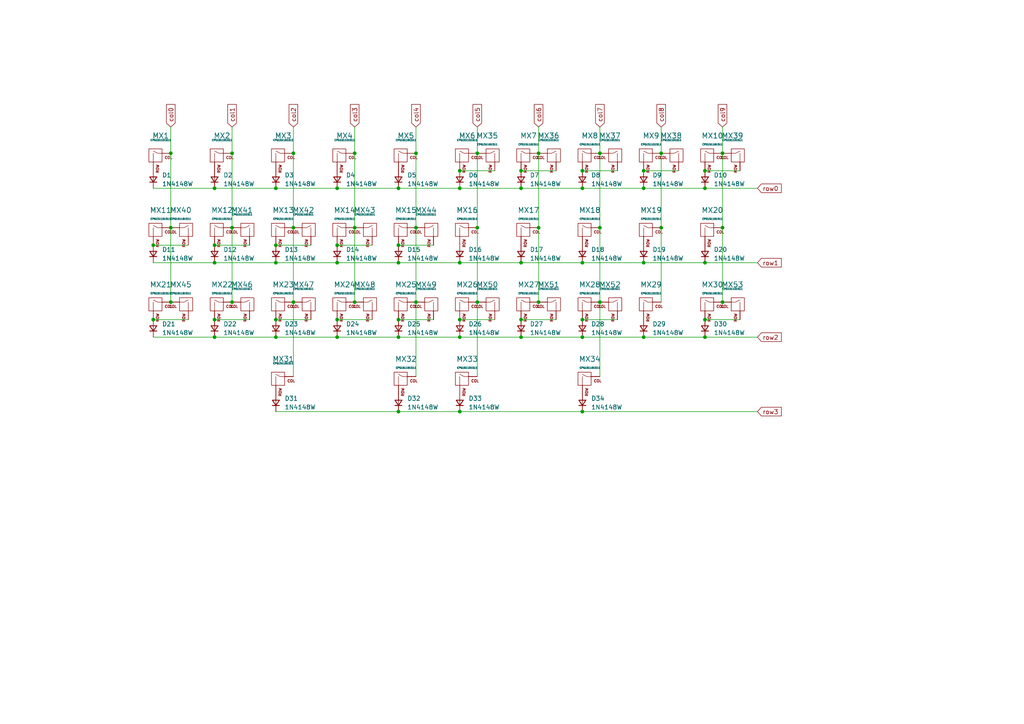
<source format=kicad_sch>
(kicad_sch (version 20230121) (generator eeschema)
  (paper "A4")
  (lib_symbols
    (symbol "Device:D_Small" (pin_numbers hide) (pin_names (offset 0.254) hide)
      (property "Reference" "D" (at -1.27 2.032 0))
      (property "Value" "D_Small" (at -3.81 -2.032 0))
      (symbol "D_Small_0_1"
        (polyline (pts (xy -0.762 -1.016) (xy -0.762 1.016)) (stroke (width 0.254)))
        (polyline (pts (xy -0.762 0) (xy 0.762 0)))
        (polyline (pts (xy 0.762 -1.016) (xy -0.762 0) (xy 0.762 1.016) (xy 0.762 -1.016)) (stroke (width 0.254)))
      )
      (symbol "D_Small_1_1"
        (pin passive line (at -2.54 0 0) (length 1.778) (name "K") (number "1"))
        (pin passive line (at 2.54 0 180) (length 1.778) (name "A") (number "2"))
      )
    )
    (symbol "cipulot_parts:MX-NoLED" (pin_names (offset 1.016))
      (property "Reference" "MX" (at -0.635 3.81 0))
      (property "Value" "MX-NoLED" (at -0.635 1.27 0))
      (symbol "MX-NoLED_0_0"
        (rectangle (start -2.54 2.54) (end 1.27 -1.27))
        (polyline (pts (xy -1.27 -1.27) (xy -1.27 1.27)) (stroke (width 0.127)))
        (polyline (pts (xy 1.27 1.27) (xy 0 1.27) (xy -1.27 1.905)) (stroke (width 0.127)))
        (text "COL" (at 3.175 0 0) (effects (font (size 0.762 0.762))))
        (text "ROW" (at 0 -1.905 900) (effects (font (size 0.762 0.762)) (justify right)))
      )
      (symbol "MX-NoLED_1_1"
        (pin passive line (at 3.81 1.27 180) (length 2.54) (name "COL") (number "1"))
        (pin passive line (at -1.27 -3.81 90) (length 2.54) (name "ROW") (number "2"))
      )
    )
  )
  (junction (at 120.65 44.45))
  (junction (at 168.91 54.61))
  (junction (at 102.87 66.04))
  (junction (at 186.69 54.61))
  (junction (at 186.69 76.2))
  (junction (at 156.21 66.04))
  (junction (at 138.43 44.45))
  (junction (at 173.99 44.45))
  (junction (at 209.55 87.63))
  (junction (at 168.91 76.2))
  (junction (at 85.09 87.63))
  (junction (at 204.47 49.53))
  (junction (at 151.13 54.61))
  (junction (at 62.23 92.71))
  (junction (at 151.13 97.79))
  (junction (at 115.57 97.79))
  (junction (at 80.01 71.12))
  (junction (at 97.79 76.2))
  (junction (at 120.65 87.63))
  (junction (at 49.53 44.45))
  (junction (at 133.35 97.79))
  (junction (at 133.35 54.61))
  (junction (at 204.47 76.2))
  (junction (at 138.43 87.63))
  (junction (at 204.47 92.71))
  (junction (at 156.21 44.45))
  (junction (at 80.01 76.2))
  (junction (at 209.55 66.04))
  (junction (at 85.09 44.45))
  (junction (at 186.69 97.79))
  (junction (at 138.43 66.04))
  (junction (at 97.79 71.12))
  (junction (at 173.99 66.04))
  (junction (at 133.35 92.71))
  (junction (at 151.13 49.53))
  (junction (at 115.57 119.38))
  (junction (at 97.79 92.71))
  (junction (at 67.31 44.45))
  (junction (at 49.53 66.04))
  (junction (at 204.47 97.79))
  (junction (at 168.91 92.71))
  (junction (at 191.77 66.04))
  (junction (at 80.01 54.61))
  (junction (at 156.21 87.63))
  (junction (at 49.53 87.63))
  (junction (at 102.87 87.63))
  (junction (at 191.77 44.45))
  (junction (at 133.35 119.38))
  (junction (at 44.45 92.71))
  (junction (at 168.91 97.79))
  (junction (at 62.23 76.2))
  (junction (at 186.69 49.53))
  (junction (at 120.65 66.04))
  (junction (at 115.57 71.12))
  (junction (at 62.23 97.79))
  (junction (at 168.91 49.53))
  (junction (at 67.31 87.63))
  (junction (at 67.31 66.04))
  (junction (at 85.09 66.04))
  (junction (at 97.79 97.79))
  (junction (at 80.01 97.79))
  (junction (at 115.57 92.71))
  (junction (at 102.87 44.45))
  (junction (at 173.99 87.63))
  (junction (at 204.47 54.61))
  (junction (at 209.55 44.45))
  (junction (at 115.57 76.2))
  (junction (at 133.35 76.2))
  (junction (at 97.79 54.61))
  (junction (at 168.91 119.38))
  (junction (at 62.23 71.12))
  (junction (at 115.57 54.61))
  (junction (at 44.45 71.12))
  (junction (at 151.13 76.2))
  (junction (at 133.35 49.53))
  (junction (at 62.23 54.61))
  (junction (at 80.01 92.71))
  (junction (at 151.13 92.71))
  (wire (pts (xy 168.91 49.53) (xy 179.07 49.53)))
  (wire (pts (xy 120.65 44.45) (xy 120.65 66.04)))
  (wire (pts (xy 191.77 44.45) (xy 191.77 66.04)))
  (wire (pts (xy 191.77 66.04) (xy 191.77 87.63)))
  (wire (pts (xy 156.21 66.04) (xy 156.21 87.63)))
  (wire (pts (xy 143.51 49.53) (xy 133.35 49.53)))
  (wire (pts (xy 80.01 76.2) (xy 62.23 76.2)))
  (wire (pts (xy 133.35 97.79) (xy 151.13 97.79)))
  (wire (pts (xy 168.91 76.2) (xy 151.13 76.2)))
  (wire (pts (xy 204.47 54.61) (xy 219.71 54.61)))
  (wire (pts (xy 120.65 87.63) (xy 120.65 109.22)))
  (wire (pts (xy 62.23 92.71) (xy 72.39 92.71)))
  (wire (pts (xy 49.53 66.04) (xy 49.53 87.63)))
  (wire (pts (xy 168.91 97.79) (xy 186.69 97.79)))
  (wire (pts (xy 133.35 119.38) (xy 168.91 119.38)))
  (wire (pts (xy 156.21 44.45) (xy 156.21 66.04)))
  (wire (pts (xy 186.69 49.53) (xy 196.85 49.53)))
  (wire (pts (xy 209.55 36.83) (xy 209.55 44.45)))
  (wire (pts (xy 67.31 44.45) (xy 67.31 66.04)))
  (wire (pts (xy 120.65 66.04) (xy 120.65 87.63)))
  (wire (pts (xy 97.79 71.12) (xy 107.95 71.12)))
  (wire (pts (xy 49.53 36.83) (xy 49.53 44.45)))
  (wire (pts (xy 97.79 92.71) (xy 107.95 92.71)))
  (wire (pts (xy 44.45 71.12) (xy 54.61 71.12)))
  (wire (pts (xy 67.31 66.04) (xy 67.31 87.63)))
  (wire (pts (xy 156.21 36.83) (xy 156.21 44.45)))
  (wire (pts (xy 138.43 44.45) (xy 138.43 66.04)))
  (wire (pts (xy 115.57 119.38) (xy 133.35 119.38)))
  (wire (pts (xy 102.87 36.83) (xy 102.87 44.45)))
  (wire (pts (xy 186.69 54.61) (xy 204.47 54.61)))
  (wire (pts (xy 80.01 97.79) (xy 97.79 97.79)))
  (wire (pts (xy 97.79 76.2) (xy 80.01 76.2)))
  (wire (pts (xy 102.87 66.04) (xy 102.87 87.63)))
  (wire (pts (xy 102.87 44.45) (xy 102.87 66.04)))
  (wire (pts (xy 115.57 54.61) (xy 133.35 54.61)))
  (wire (pts (xy 67.31 36.83) (xy 67.31 44.45)))
  (wire (pts (xy 80.01 92.71) (xy 90.17 92.71)))
  (wire (pts (xy 138.43 87.63) (xy 138.43 109.22)))
  (wire (pts (xy 85.09 87.63) (xy 85.09 109.22)))
  (wire (pts (xy 62.23 54.61) (xy 80.01 54.61)))
  (wire (pts (xy 151.13 49.53) (xy 161.29 49.53)))
  (wire (pts (xy 173.99 44.45) (xy 173.99 66.04)))
  (wire (pts (xy 62.23 97.79) (xy 80.01 97.79)))
  (wire (pts (xy 168.91 92.71) (xy 179.07 92.71)))
  (wire (pts (xy 85.09 44.45) (xy 85.09 66.04)))
  (wire (pts (xy 151.13 54.61) (xy 168.91 54.61)))
  (wire (pts (xy 186.69 97.79) (xy 204.47 97.79)))
  (wire (pts (xy 97.79 97.79) (xy 115.57 97.79)))
  (wire (pts (xy 133.35 54.61) (xy 151.13 54.61)))
  (wire (pts (xy 168.91 54.61) (xy 186.69 54.61)))
  (wire (pts (xy 120.65 36.83) (xy 120.65 44.45)))
  (wire (pts (xy 138.43 66.04) (xy 138.43 87.63)))
  (wire (pts (xy 204.47 92.71) (xy 214.63 92.71)))
  (wire (pts (xy 173.99 87.63) (xy 173.99 109.22)))
  (wire (pts (xy 204.47 97.79) (xy 219.71 97.79)))
  (wire (pts (xy 133.35 76.2) (xy 115.57 76.2)))
  (wire (pts (xy 133.35 49.53) (xy 133.35 48.895)))
  (wire (pts (xy 204.47 76.2) (xy 186.69 76.2)))
  (wire (pts (xy 44.45 97.79) (xy 62.23 97.79)))
  (wire (pts (xy 133.35 92.71) (xy 143.51 92.71)))
  (wire (pts (xy 219.71 76.2) (xy 204.47 76.2)))
  (wire (pts (xy 209.55 66.04) (xy 209.55 87.63)))
  (wire (pts (xy 168.91 119.38) (xy 219.71 119.38)))
  (wire (pts (xy 115.57 76.2) (xy 97.79 76.2)))
  (wire (pts (xy 173.99 36.83) (xy 173.99 44.45)))
  (wire (pts (xy 173.99 66.04) (xy 173.99 87.63)))
  (wire (pts (xy 97.79 54.61) (xy 115.57 54.61)))
  (wire (pts (xy 85.09 66.04) (xy 85.09 87.63)))
  (wire (pts (xy 186.69 76.2) (xy 168.91 76.2)))
  (wire (pts (xy 44.45 54.61) (xy 62.23 54.61)))
  (wire (pts (xy 204.47 49.53) (xy 214.63 49.53)))
  (wire (pts (xy 115.57 97.79) (xy 133.35 97.79)))
  (wire (pts (xy 80.01 119.38) (xy 115.57 119.38)))
  (wire (pts (xy 44.45 92.71) (xy 54.61 92.71)))
  (wire (pts (xy 138.43 36.83) (xy 138.43 44.45)))
  (wire (pts (xy 85.09 36.83) (xy 85.09 44.45)))
  (wire (pts (xy 62.23 76.2) (xy 44.45 76.2)))
  (wire (pts (xy 49.53 44.45) (xy 49.53 66.04)))
  (wire (pts (xy 62.23 71.12) (xy 72.39 71.12)))
  (wire (pts (xy 151.13 92.71) (xy 161.29 92.71)))
  (wire (pts (xy 151.13 76.2) (xy 133.35 76.2)))
  (wire (pts (xy 80.01 54.61) (xy 97.79 54.61)))
  (wire (pts (xy 209.55 44.45) (xy 209.55 66.04)))
  (wire (pts (xy 191.77 36.83) (xy 191.77 44.45)))
  (wire (pts (xy 115.57 71.12) (xy 125.73 71.12)))
  (wire (pts (xy 151.13 97.79) (xy 168.91 97.79)))
  (wire (pts (xy 115.57 92.71) (xy 125.73 92.71)))
  (wire (pts (xy 80.01 71.12) (xy 90.17 71.12)))
  (global_label "col0" (shape input) (at 49.53 36.83 90) (property "Intersheetrefs" "${INTERSHEET_REFS}" (effects hide)))
  (global_label "col9" (shape input) (at 209.55 36.83 90) (property "Intersheetrefs" "${INTERSHEET_REFS}" (effects hide)))
  (global_label "row0" (shape input) (at 219.71 54.61 0) (property "Intersheetrefs" "${INTERSHEET_REFS}" (effects hide)))
  (global_label "col3" (shape input) (at 102.87 36.83 90) (property "Intersheetrefs" "${INTERSHEET_REFS}" (effects hide)))
  (global_label "col6" (shape input) (at 156.21 36.83 90) (property "Intersheetrefs" "${INTERSHEET_REFS}" (effects hide)))
  (global_label "col7" (shape input) (at 173.99 36.83 90) (property "Intersheetrefs" "${INTERSHEET_REFS}" (effects hide)))
  (global_label "col4" (shape input) (at 120.65 36.83 90) (property "Intersheetrefs" "${INTERSHEET_REFS}" (effects hide)))
  (global_label "row3" (shape input) (at 219.71 119.38 0) (property "Intersheetrefs" "${INTERSHEET_REFS}" (effects hide)))
  (global_label "row2" (shape input) (at 219.71 97.79 0) (property "Intersheetrefs" "${INTERSHEET_REFS}" (effects hide)))
  (global_label "row1" (shape input) (at 219.71 76.2 0) (property "Intersheetrefs" "${INTERSHEET_REFS}" (effects hide)))
  (global_label "col5" (shape input) (at 138.43 36.83 90) (property "Intersheetrefs" "${INTERSHEET_REFS}" (effects hide)))
  (global_label "col1" (shape input) (at 67.31 36.83 90) (property "Intersheetrefs" "${INTERSHEET_REFS}" (effects hide)))
  (global_label "col2" (shape input) (at 85.09 36.83 90) (property "Intersheetrefs" "${INTERSHEET_REFS}" (effects hide)))
  (global_label "col8" (shape input) (at 191.77 36.83 90) (property "Intersheetrefs" "${INTERSHEET_REFS}" (effects hide)))
  (symbol (lib_id "cipulot_parts:MX-NoLED") (at 116.84 110.49 0) (unit 1)
    (property "Reference" "MX32" (at 117.7352 104.14 0) (effects (font (size 1.524 1.524))))
    (property "Value" "CPG151101S11" (at 117.7352 106.68 0) (effects (font (size 0.508 0.508))))
    (property "Footprint" "MX_Only:MXOnly-2U-Hotswap-ReversedStabilizers" (effects hide))
    (property "LCSC" "C2803348" (effects hide))
  )
  (symbol (lib_id "Device:D_Small") (at 204.47 52.07 90) (unit 1)
    (property "Reference" "D10" (at 207.01 50.8 90) (effects (justify right)))
    (property "Value" "1N4148W" (at 207.01 53.34 90) (effects (justify right)))
    (property "Footprint" "Diode_SMD:D_SOD-123" (effects hide))
  )
  (symbol (lib_id "cipulot_parts:MX-NoLED") (at 205.74 88.9 0) (unit 1)
    (property "Reference" "MX30" (at 206.6352 82.55 0) (effects (font (size 1.524 1.524))))
    (property "Value" "CPG151101S11" (at 206.6352 85.09 0) (effects (font (size 0.508 0.508))))
    (property "Footprint" "MX_Only:MXOnly-1.75U-Hotswap" (effects hide))
    (property "LCSC" "C2803348" (effects hide))
  )
  (symbol (lib_id "Device:D_Small") (at 186.69 73.66 90) (unit 1)
    (property "Reference" "D19" (at 189.23 72.39 90) (effects (justify right)))
    (property "Value" "1N4148W" (at 189.23 74.93 90) (effects (justify right)))
    (property "Footprint" "Diode_SMD:D_SOD-123" (effects hide))
  )
  (symbol (lib_id "Device:D_Small") (at 133.35 52.07 90) (unit 1)
    (property "Reference" "D6" (at 135.89 50.8 90) (effects (justify right)))
    (property "Value" "1N4148W" (at 135.89 53.34 90) (effects (justify right)))
    (property "Footprint" "Diode_SMD:D_SOD-123" (effects hide))
  )
  (symbol (lib_id "cipulot_parts:MX-NoLED") (at 177.8 45.72 0) (mirror y) (unit 1)
    (property "Reference" "MX37" (at 176.9144 39.37 0) (effects (font (size 1.524 1.524))))
    (property "Value" "CPG151101S11" (at 176.9144 40.64 0) (effects (font (size 0.508 0.508))))
    (property "Footprint" "MX_Only:MXOnly-1U-Hotswap" (effects hide))
    (property "LCSC" "C2803348" (effects hide))
  )
  (symbol (lib_id "Device:D_Small") (at 44.45 95.25 90) (unit 1)
    (property "Reference" "D21" (at 46.99 93.98 90) (effects (justify right)))
    (property "Value" "1N4148W" (at 46.99 96.52 90) (effects (justify right)))
    (property "Footprint" "Diode_SMD:D_SOD-123" (effects hide))
  )
  (symbol (lib_id "cipulot_parts:MX-NoLED") (at 195.58 45.72 0) (mirror y) (unit 1)
    (property "Reference" "MX38" (at 194.6944 39.37 0) (effects (font (size 1.524 1.524))))
    (property "Value" "CPG151101S11" (at 194.6944 40.64 0) (effects (font (size 0.508 0.508))))
    (property "Footprint" "MX_Only:MXOnly-1U-Hotswap" (effects hide))
    (property "LCSC" "C2803348" (effects hide))
  )
  (symbol (lib_id "cipulot_parts:MX-NoLED") (at 205.74 45.72 0) (unit 1)
    (property "Reference" "MX10" (at 206.6352 39.37 0) (effects (font (size 1.524 1.524))))
    (property "Value" "CPG151101S11" (at 206.6352 41.91 0) (effects (font (size 0.508 0.508))))
    (property "Footprint" "MX_Only:MXOnly-1.25U-Hotswap" (effects hide))
    (property "LCSC" "C2803348" (effects hide))
  )
  (symbol (lib_id "cipulot_parts:MX-NoLED") (at 170.18 110.49 0) (unit 1)
    (property "Reference" "MX34" (at 171.0752 104.14 0) (effects (font (size 1.524 1.524))))
    (property "Value" "CPG151101S11" (at 171.0752 106.68 0) (effects (font (size 0.508 0.508))))
    (property "Footprint" "MX_Only:MXOnly-1U-Hotswap" (effects hide))
    (property "LCSC" "C2803348" (effects hide))
  )
  (symbol (lib_id "Device:D_Small") (at 115.57 73.66 90) (unit 1)
    (property "Reference" "D15" (at 118.11 72.39 90) (effects (justify right)))
    (property "Value" "1N4148W" (at 118.11 74.93 90) (effects (justify right)))
    (property "Footprint" "Diode_SMD:D_SOD-123" (effects hide))
  )
  (symbol (lib_id "cipulot_parts:MX-NoLED") (at 187.96 88.9 0) (unit 1)
    (property "Reference" "MX29" (at 188.8552 82.55 0) (effects (font (size 1.524 1.524))))
    (property "Value" "CPG151101S11" (at 188.8552 85.09 0) (effects (font (size 0.508 0.508))))
    (property "Footprint" "MX_Only:MXOnly-1U-Hotswap" (effects hide))
    (property "LCSC" "C2803348" (effects hide))
  )
  (symbol (lib_id "Device:D_Small") (at 133.35 73.66 90) (unit 1)
    (property "Reference" "D16" (at 135.89 72.39 90) (effects (justify right)))
    (property "Value" "1N4148W" (at 135.89 74.93 90) (effects (justify right)))
    (property "Footprint" "Diode_SMD:D_SOD-123" (effects hide))
  )
  (symbol (lib_id "cipulot_parts:MX-NoLED") (at 81.28 88.9 0) (unit 1)
    (property "Reference" "MX23" (at 82.1752 82.55 0) (effects (font (size 1.524 1.524))))
    (property "Value" "CPG151101S11" (at 82.1752 85.09 0) (effects (font (size 0.508 0.508))))
    (property "Footprint" "MX_Only:MXOnly-1U-Hotswap" (effects hide))
    (property "LCSC" "C2803348" (effects hide))
  )
  (symbol (lib_id "Device:D_Small") (at 115.57 95.25 90) (unit 1)
    (property "Reference" "D25" (at 118.11 93.98 90) (effects (justify right)))
    (property "Value" "1N4148W" (at 118.11 96.52 90) (effects (justify right)))
    (property "Footprint" "Diode_SMD:D_SOD-123" (effects hide))
  )
  (symbol (lib_id "Device:D_Small") (at 168.91 116.84 90) (unit 1)
    (property "Reference" "D34" (at 171.45 115.57 90) (effects (justify right)))
    (property "Value" "1N4148W" (at 171.45 118.11 90) (effects (justify right)))
    (property "Footprint" "Diode_SMD:D_SOD-123" (effects hide))
  )
  (symbol (lib_id "cipulot_parts:MX-NoLED") (at 63.5 45.72 0) (unit 1)
    (property "Reference" "MX2" (at 64.3856 39.37 0) (effects (font (size 1.524 1.524))))
    (property "Value" "CPG151101S11" (at 64.3856 40.64 0) (effects (font (size 0.508 0.508))))
    (property "Footprint" "MX_Only:MXOnly-1U-Hotswap" (effects hide))
    (property "LCSC" "C2803348" (effects hide))
  )
  (symbol (lib_id "cipulot_parts:MX-NoLED") (at 152.4 88.9 0) (unit 1)
    (property "Reference" "MX27" (at 153.2952 82.55 0) (effects (font (size 1.524 1.524))))
    (property "Value" "CPG151101S11" (at 153.2952 85.09 0) (effects (font (size 0.508 0.508))))
    (property "Footprint" "MX_Only:MXOnly-1U-Hotswap" (effects hide))
    (property "LCSC" "C2803348" (effects hide))
  )
  (symbol (lib_id "cipulot_parts:MX-NoLED") (at 205.74 67.31 0) (unit 1)
    (property "Reference" "MX20" (at 206.6352 60.96 0) (effects (font (size 1.524 1.524))))
    (property "Value" "CPG151101S11" (at 206.6352 63.5 0) (effects (font (size 0.508 0.508))))
    (property "Footprint" "MX_Only:MXOnly-1U-Hotswap" (effects hide))
    (property "LCSC" "C2803348" (effects hide))
  )
  (symbol (lib_id "cipulot_parts:MX-NoLED") (at 177.8 88.9 0) (mirror y) (unit 1)
    (property "Reference" "MX52" (at 176.9144 82.55 0) (effects (font (size 1.524 1.524))))
    (property "Value" "CPG151101S11" (at 176.9144 83.82 0) (effects (font (size 0.508 0.508))))
    (property "Footprint" "MX_Only:MXOnly-1U-Hotswap" (effects hide))
    (property "LCSC" "C2803348" (effects hide))
  )
  (symbol (lib_id "cipulot_parts:MX-NoLED") (at 170.18 45.72 0) (unit 1)
    (property "Reference" "MX8" (at 171.0752 39.37 0) (effects (font (size 1.524 1.524))))
    (property "Value" "CPG151101S11" (at 171.0752 41.91 0) (effects (font (size 0.508 0.508))))
    (property "Footprint" "MX_Only:MXOnly-1U-Hotswap" (effects hide))
    (property "LCSC" "C2803348" (effects hide))
  )
  (symbol (lib_id "Device:D_Small") (at 186.69 95.25 90) (unit 1)
    (property "Reference" "D29" (at 189.23 93.98 90) (effects (justify right)))
    (property "Value" "1N4148W" (at 189.23 96.52 90) (effects (justify right)))
    (property "Footprint" "Diode_SMD:D_SOD-123" (effects hide))
  )
  (symbol (lib_id "Device:D_Small") (at 115.57 52.07 90) (unit 1)
    (property "Reference" "D5" (at 118.11 50.8 90) (effects (justify right)))
    (property "Value" "1N4148W" (at 118.11 53.34 90) (effects (justify right)))
    (property "Footprint" "Diode_SMD:D_SOD-123" (effects hide))
  )
  (symbol (lib_id "cipulot_parts:MX-NoLED") (at 45.72 45.72 0) (unit 1)
    (property "Reference" "MX1" (at 46.6056 39.37 0) (effects (font (size 1.524 1.524))))
    (property "Value" "CPG151101S11" (at 46.6056 40.64 0) (effects (font (size 0.508 0.508))))
    (property "Footprint" "MX_Only:MXOnly-1U-Hotswap" (effects hide))
    (property "Datasheet" "https://datasheet.lcsc.com/lcsc/2202281830_Kailh-CPG151101S11_C2803348.pdf" (effects hide))
    (property "LCSC" "C2803348" (effects hide))
  )
  (symbol (lib_id "cipulot_parts:MX-NoLED") (at 53.34 88.9 0) (mirror y) (unit 1)
    (property "Reference" "MX45" (at 52.4448 82.55 0) (effects (font (size 1.524 1.524))))
    (property "Value" "CPG151101S11" (at 52.4448 85.09 0) (effects (font (size 0.508 0.508))))
    (property "Footprint" "MX_Only:MXOnly-1.75U-Hotswap" (effects hide))
    (property "LCSC" "C2803348" (effects hide))
  )
  (symbol (lib_id "cipulot_parts:MX-NoLED") (at 71.12 88.9 0) (mirror y) (unit 1)
    (property "Reference" "MX46" (at 70.2344 82.55 0) (effects (font (size 1.524 1.524))))
    (property "Value" "CPG151101S11" (at 70.2344 83.82 0) (effects (font (size 0.508 0.508))))
    (property "Footprint" "MX_Only:MXOnly-1U-Hotswap" (effects hide))
    (property "LCSC" "C2803348" (effects hide))
  )
  (symbol (lib_id "cipulot_parts:MX-NoLED") (at 116.84 88.9 0) (unit 1)
    (property "Reference" "MX25" (at 117.7352 82.55 0) (effects (font (size 1.524 1.524))))
    (property "Value" "CPG151101S11" (at 117.7352 85.09 0) (effects (font (size 0.508 0.508))))
    (property "Footprint" "MX_Only:MXOnly-1.25U-Hotswap" (effects hide))
    (property "LCSC" "C2803348" (effects hide))
  )
  (symbol (lib_id "Device:D_Small") (at 133.35 116.84 90) (unit 1)
    (property "Reference" "D33" (at 135.89 115.57 90) (effects (justify right)))
    (property "Value" "1N4148W" (at 135.89 118.11 90) (effects (justify right)))
    (property "Footprint" "Diode_SMD:D_SOD-123" (effects hide))
  )
  (symbol (lib_id "Device:D_Small") (at 168.91 73.66 90) (unit 1)
    (property "Reference" "D18" (at 171.45 72.39 90) (effects (justify right)))
    (property "Value" "1N4148W" (at 171.45 74.93 90) (effects (justify right)))
    (property "Footprint" "Diode_SMD:D_SOD-123" (effects hide))
  )
  (symbol (lib_id "cipulot_parts:MX-NoLED") (at 213.36 88.9 0) (mirror y) (unit 1)
    (property "Reference" "MX53" (at 212.4744 82.55 0) (effects (font (size 1.524 1.524))))
    (property "Value" "CPG151101S11" (at 212.4744 83.82 0) (effects (font (size 0.508 0.508))))
    (property "Footprint" "MX_Only:MXOnly-1.5U-Hotswap" (effects hide))
    (property "LCSC" "C2803348" (effects hide))
  )
  (symbol (lib_id "cipulot_parts:MX-NoLED") (at 152.4 45.72 0) (unit 1)
    (property "Reference" "MX7" (at 153.2952 39.37 0) (effects (font (size 1.524 1.524))))
    (property "Value" "CPG151101S11" (at 153.2952 41.91 0) (effects (font (size 0.508 0.508))))
    (property "Footprint" "MX_Only:MXOnly-1U-Hotswap" (effects hide))
    (property "LCSC" "C2803348" (effects hide))
  )
  (symbol (lib_id "cipulot_parts:MX-NoLED") (at 45.72 88.9 0) (unit 1)
    (property "Reference" "MX21" (at 46.6152 82.55 0) (effects (font (size 1.524 1.524))))
    (property "Value" "CPG151101S11" (at 46.6152 85.09 0) (effects (font (size 0.508 0.508))))
    (property "Footprint" "MX_Only:MXOnly-1.5U-Hotswap" (effects hide))
    (property "LCSC" "C2803348" (effects hide))
  )
  (symbol (lib_id "Device:D_Small") (at 151.13 52.07 90) (unit 1)
    (property "Reference" "D7" (at 153.67 50.8 90) (effects (justify right)))
    (property "Value" "1N4148W" (at 153.67 53.34 90) (effects (justify right)))
    (property "Footprint" "Diode_SMD:D_SOD-123" (effects hide))
  )
  (symbol (lib_id "cipulot_parts:MX-NoLED") (at 170.18 88.9 0) (unit 1)
    (property "Reference" "MX28" (at 171.0752 82.55 0) (effects (font (size 1.524 1.524))))
    (property "Value" "CPG151101S11" (at 171.0752 85.09 0) (effects (font (size 0.508 0.508))))
    (property "Footprint" "MX_Only:MXOnly-1U-Hotswap" (effects hide))
    (property "LCSC" "C2803348" (effects hide))
  )
  (symbol (lib_id "Device:D_Small") (at 97.79 52.07 90) (unit 1)
    (property "Reference" "D4" (at 100.33 50.8 90) (effects (justify right)))
    (property "Value" "1N4148W" (at 100.33 53.34 90) (effects (justify right)))
    (property "Footprint" "Diode_SMD:D_SOD-123" (effects hide))
  )
  (symbol (lib_id "cipulot_parts:MX-NoLED") (at 160.02 45.72 0) (mirror y) (unit 1)
    (property "Reference" "MX36" (at 159.1344 39.37 0) (effects (font (size 1.524 1.524))))
    (property "Value" "CPG151101S11" (at 159.1344 40.64 0) (effects (font (size 0.508 0.508))))
    (property "Footprint" "MX_Only:MXOnly-1U-Hotswap" (effects hide))
    (property "LCSC" "C2803348" (effects hide))
  )
  (symbol (lib_id "cipulot_parts:MX-NoLED") (at 187.96 67.31 0) (unit 1)
    (property "Reference" "MX19" (at 188.8552 60.96 0) (effects (font (size 1.524 1.524))))
    (property "Value" "CPG151101S11" (at 188.8552 63.5 0) (effects (font (size 0.508 0.508))))
    (property "Footprint" "MX_Only:MXOnly-1U-Hotswap" (effects hide))
    (property "LCSC" "C2803348" (effects hide))
  )
  (symbol (lib_id "cipulot_parts:MX-NoLED") (at 160.02 88.9 0) (mirror y) (unit 1)
    (property "Reference" "MX51" (at 159.1344 82.55 0) (effects (font (size 1.524 1.524))))
    (property "Value" "CPG151101S11" (at 159.1344 83.82 0) (effects (font (size 0.508 0.508))))
    (property "Footprint" "MX_Only:MXOnly-1U-Hotswap" (effects hide))
    (property "LCSC" "C2803348" (effects hide))
  )
  (symbol (lib_id "Device:D_Small") (at 62.23 52.07 90) (unit 1)
    (property "Reference" "D2" (at 64.77 50.8 90) (effects (justify right)))
    (property "Value" "1N4148W" (at 64.77 53.34 90) (effects (justify right)))
    (property "Footprint" "Diode_SMD:D_SOD-123" (effects hide))
  )
  (symbol (lib_id "cipulot_parts:MX-NoLED") (at 213.36 45.72 0) (mirror y) (unit 1)
    (property "Reference" "MX39" (at 212.4744 39.37 0) (effects (font (size 1.524 1.524))))
    (property "Value" "CPG151101S11" (at 212.4744 40.64 0) (effects (font (size 0.508 0.508))))
    (property "Footprint" "MX_Only:MXOnly-1U-Hotswap" (effects hide))
    (property "LCSC" "C2803348" (effects hide))
  )
  (symbol (lib_id "cipulot_parts:MX-NoLED") (at 99.06 67.31 0) (unit 1)
    (property "Reference" "MX14" (at 99.9552 60.96 0) (effects (font (size 1.524 1.524))))
    (property "Value" "CPG151101S11" (at 99.9552 63.5 0) (effects (font (size 0.508 0.508))))
    (property "Footprint" "MX_Only:MXOnly-1U-Hotswap" (effects hide))
    (property "LCSC" "C2803348" (effects hide))
  )
  (symbol (lib_id "cipulot_parts:MX-NoLED") (at 71.12 67.31 0) (mirror y) (unit 1)
    (property "Reference" "MX41" (at 70.2344 60.96 0) (effects (font (size 1.524 1.524))))
    (property "Value" "CPG151101S11" (at 70.2344 62.23 0) (effects (font (size 0.508 0.508))))
    (property "Footprint" "MX_Only:MXOnly-1U-Hotswap" (effects hide))
    (property "LCSC" "C2803348" (effects hide))
  )
  (symbol (lib_id "Device:D_Small") (at 44.45 52.07 90) (unit 1)
    (property "Reference" "D1" (at 46.99 50.8 90) (effects (justify right)))
    (property "Value" "1N4148W" (at 46.99 53.34 90) (effects (justify right)))
    (property "Footprint" "Diode_SMD:D_SOD-123" (effects hide))
  )
  (symbol (lib_id "Device:D_Small") (at 133.35 95.25 90) (unit 1)
    (property "Reference" "D26" (at 135.89 93.98 90) (effects (justify right)))
    (property "Value" "1N4148W" (at 135.89 96.52 90) (effects (justify right)))
    (property "Footprint" "Diode_SMD:D_SOD-123" (effects hide))
  )
  (symbol (lib_id "cipulot_parts:MX-NoLED") (at 88.9 88.9 0) (mirror y) (unit 1)
    (property "Reference" "MX47" (at 88.0144 82.55 0) (effects (font (size 1.524 1.524))))
    (property "Value" "CPG151101S11" (at 88.0144 83.82 0) (effects (font (size 0.508 0.508))))
    (property "Footprint" "MX_Only:MXOnly-1U-Hotswap" (effects hide))
    (property "LCSC" "C2803348" (effects hide))
  )
  (symbol (lib_id "cipulot_parts:MX-NoLED") (at 106.68 88.9 0) (mirror y) (unit 1)
    (property "Reference" "MX48" (at 105.7944 82.55 0) (effects (font (size 1.524 1.524))))
    (property "Value" "CPG151101S11" (at 105.7944 83.82 0) (effects (font (size 0.508 0.508))))
    (property "Footprint" "MX_Only:MXOnly-1U-Hotswap" (effects hide))
    (property "LCSC" "C2803348" (effects hide))
  )
  (symbol (lib_id "Device:D_Small") (at 186.69 52.07 90) (unit 1)
    (property "Reference" "D9" (at 189.23 50.8 90) (effects (justify right)))
    (property "Value" "1N4148W" (at 189.23 53.34 90) (effects (justify right)))
    (property "Footprint" "Diode_SMD:D_SOD-123" (effects hide))
  )
  (symbol (lib_id "Device:D_Small") (at 80.01 116.84 90) (unit 1)
    (property "Reference" "D31" (at 82.55 115.57 90) (effects (justify right)))
    (property "Value" "1N4148W" (at 82.55 118.11 90) (effects (justify right)))
    (property "Footprint" "Diode_SMD:D_SOD-123" (effects hide))
  )
  (symbol (lib_id "Device:D_Small") (at 62.23 73.66 90) (unit 1)
    (property "Reference" "D12" (at 64.77 72.39 90) (effects (justify right)))
    (property "Value" "1N4148W" (at 64.77 74.93 90) (effects (justify right)))
    (property "Footprint" "Diode_SMD:D_SOD-123" (effects hide))
  )
  (symbol (lib_id "cipulot_parts:MX-NoLED") (at 99.06 45.72 0) (unit 1)
    (property "Reference" "MX4" (at 99.9456 39.37 0) (effects (font (size 1.524 1.524))))
    (property "Value" "CPG151101S11" (at 99.9456 40.64 0) (effects (font (size 0.508 0.508))))
    (property "Footprint" "MX_Only:MXOnly-1U-Hotswap" (effects hide))
    (property "LCSC" "C2803348" (effects hide))
  )
  (symbol (lib_id "cipulot_parts:MX-NoLED") (at 134.62 45.72 0) (unit 1)
    (property "Reference" "MX6" (at 135.5056 39.37 0) (effects (font (size 1.524 1.524))))
    (property "Value" "CPG151101S11" (at 135.5056 40.64 0) (effects (font (size 0.508 0.508))))
    (property "Footprint" "MX_Only:MXOnly-1U-Hotswap" (effects hide))
    (property "LCSC" "C2803348" (effects hide))
  )
  (symbol (lib_id "cipulot_parts:MX-NoLED") (at 134.62 110.49 0) (unit 1)
    (property "Reference" "MX33" (at 135.5152 104.14 0) (effects (font (size 1.524 1.524))))
    (property "Value" "CPG151101S11" (at 135.5152 106.68 0) (effects (font (size 0.508 0.508))))
    (property "Footprint" "MX_Only:MXOnly-2U-Hotswap-ReversedStabilizers" (effects hide))
    (property "LCSC" "C2803348" (effects hide))
  )
  (symbol (lib_id "cipulot_parts:MX-NoLED") (at 106.68 67.31 0) (mirror y) (unit 1)
    (property "Reference" "MX43" (at 105.7944 60.96 0) (effects (font (size 1.524 1.524))))
    (property "Value" "CPG151101S11" (at 105.7944 62.23 0) (effects (font (size 0.508 0.508))))
    (property "Footprint" "MX_Only:MXOnly-1U-Hotswap" (effects hide))
    (property "LCSC" "C2803348" (effects hide))
  )
  (symbol (lib_id "cipulot_parts:MX-NoLED") (at 63.5 67.31 0) (unit 1)
    (property "Reference" "MX12" (at 64.3952 60.96 0) (effects (font (size 1.524 1.524))))
    (property "Value" "CPG151101S11" (at 64.3952 63.5 0) (effects (font (size 0.508 0.508))))
    (property "Footprint" "MX_Only:MXOnly-1U-Hotswap" (effects hide))
    (property "LCSC" "C2803348" (effects hide))
  )
  (symbol (lib_id "cipulot_parts:MX-NoLED") (at 187.96 45.72 0) (unit 1)
    (property "Reference" "MX9" (at 188.8552 39.37 0) (effects (font (size 1.524 1.524))))
    (property "Value" "CPG151101S11" (at 188.8552 41.91 0) (effects (font (size 0.508 0.508))))
    (property "Footprint" "MX_Only:MXOnly-1U-Hotswap" (effects hide))
    (property "LCSC" "C2803348" (effects hide))
  )
  (symbol (lib_id "cipulot_parts:MX-NoLED") (at 124.46 67.31 0) (mirror y) (unit 1)
    (property "Reference" "MX44" (at 123.5744 60.96 0) (effects (font (size 1.524 1.524))))
    (property "Value" "CPG151101S11" (at 123.5744 62.23 0) (effects (font (size 0.508 0.508))))
    (property "Footprint" "MX_Only:MXOnly-1.25U-Hotswap" (effects hide))
    (property "LCSC" "C2803348" (effects hide))
  )
  (symbol (lib_id "cipulot_parts:MX-NoLED") (at 134.62 88.9 0) (unit 1)
    (property "Reference" "MX26" (at 135.5152 82.55 0) (effects (font (size 1.524 1.524))))
    (property "Value" "CPG151101S11" (at 135.5152 85.09 0) (effects (font (size 0.508 0.508))))
    (property "Footprint" "MX_Only:MXOnly-1U-Hotswap" (effects hide))
    (property "LCSC" "C2803348" (effects hide))
  )
  (symbol (lib_id "cipulot_parts:MX-NoLED") (at 81.28 45.72 0) (unit 1)
    (property "Reference" "MX3" (at 82.1656 39.37 0) (effects (font (size 1.524 1.524))))
    (property "Value" "CPG151101S11" (at 82.1656 40.64 0) (effects (font (size 0.508 0.508))))
    (property "Footprint" "MX_Only:MXOnly-1U-Hotswap" (effects hide))
    (property "LCSC" "C2803348" (effects hide))
  )
  (symbol (lib_id "Device:D_Small") (at 204.47 95.25 90) (unit 1)
    (property "Reference" "D30" (at 207.01 93.98 90) (effects (justify right)))
    (property "Value" "1N4148W" (at 207.01 96.52 90) (effects (justify right)))
    (property "Footprint" "Diode_SMD:D_SOD-123" (effects hide))
  )
  (symbol (lib_id "Device:D_Small") (at 115.57 116.84 90) (unit 1)
    (property "Reference" "D32" (at 118.11 115.57 90) (effects (justify right)))
    (property "Value" "1N4148W" (at 118.11 118.11 90) (effects (justify right)))
    (property "Footprint" "Diode_SMD:D_SOD-123" (effects hide))
  )
  (symbol (lib_id "cipulot_parts:MX-NoLED") (at 88.9 67.31 0) (mirror y) (unit 1)
    (property "Reference" "MX42" (at 88.0144 60.96 0) (effects (font (size 1.524 1.524))))
    (property "Value" "CPG151101S11" (at 88.0144 62.23 0) (effects (font (size 0.508 0.508))))
    (property "Footprint" "MX_Only:MXOnly-1U-Hotswap" (effects hide))
    (property "LCSC" "C2803348" (effects hide))
  )
  (symbol (lib_id "Device:D_Small") (at 151.13 73.66 90) (unit 1)
    (property "Reference" "D17" (at 153.67 72.39 90) (effects (justify right)))
    (property "Value" "1N4148W" (at 153.67 74.93 90) (effects (justify right)))
    (property "Footprint" "Diode_SMD:D_SOD-123" (effects hide))
  )
  (symbol (lib_id "cipulot_parts:MX-NoLED") (at 116.84 45.72 0) (unit 1)
    (property "Reference" "MX5" (at 117.7256 39.37 0) (effects (font (size 1.524 1.524))))
    (property "Value" "CPG151101S11" (at 117.7256 40.64 0) (effects (font (size 0.508 0.508))))
    (property "Footprint" "MX_Only:MXOnly-1U-Hotswap" (effects hide))
    (property "LCSC" "C2803348" (effects hide))
  )
  (symbol (lib_id "cipulot_parts:MX-NoLED") (at 142.24 88.9 0) (mirror y) (unit 1)
    (property "Reference" "MX50" (at 141.3544 82.55 0) (effects (font (size 1.524 1.524))))
    (property "Value" "CPG151101S11" (at 141.3544 83.82 0) (effects (font (size 0.508 0.508))))
    (property "Footprint" "MX_Only:MXOnly-1.75U-Hotswap" (effects hide))
    (property "LCSC" "C2803348" (effects hide))
  )
  (symbol (lib_id "cipulot_parts:MX-NoLED") (at 81.28 110.49 0) (unit 1)
    (property "Reference" "MX31" (at 82.1656 104.14 0) (effects (font (size 1.524 1.524))))
    (property "Value" "CPG151101S11" (at 82.1656 105.41 0) (effects (font (size 0.508 0.508))))
    (property "Footprint" "MX_Only:MXOnly-1.25U-Hotswap" (effects hide))
    (property "LCSC" "C2803348" (effects hide))
  )
  (symbol (lib_id "Device:D_Small") (at 62.23 95.25 90) (unit 1)
    (property "Reference" "D22" (at 64.77 93.98 90) (effects (justify right)))
    (property "Value" "1N4148W" (at 64.77 96.52 90) (effects (justify right)))
    (property "Footprint" "Diode_SMD:D_SOD-123" (effects hide))
  )
  (symbol (lib_id "Device:D_Small") (at 80.01 95.25 90) (unit 1)
    (property "Reference" "D23" (at 82.55 93.98 90) (effects (justify right)))
    (property "Value" "1N4148W" (at 82.55 96.52 90) (effects (justify right)))
    (property "Footprint" "Diode_SMD:D_SOD-123" (effects hide))
  )
  (symbol (lib_id "Device:D_Small") (at 97.79 95.25 90) (unit 1)
    (property "Reference" "D24" (at 100.33 93.98 90) (effects (justify right)))
    (property "Value" "1N4148W" (at 100.33 96.52 90) (effects (justify right)))
    (property "Footprint" "Diode_SMD:D_SOD-123" (effects hide))
  )
  (symbol (lib_id "Device:D_Small") (at 97.79 73.66 90) (unit 1)
    (property "Reference" "D14" (at 100.33 72.39 90) (effects (justify right)))
    (property "Value" "1N4148W" (at 100.33 74.93 90) (effects (justify right)))
    (property "Footprint" "Diode_SMD:D_SOD-123" (effects hide))
  )
  (symbol (lib_id "Device:D_Small") (at 151.13 95.25 90) (unit 1)
    (property "Reference" "D27" (at 153.67 93.98 90) (effects (justify right)))
    (property "Value" "1N4148W" (at 153.67 96.52 90) (effects (justify right)))
    (property "Footprint" "Diode_SMD:D_SOD-123" (effects hide))
  )
  (symbol (lib_id "cipulot_parts:MX-NoLED") (at 99.06 88.9 0) (unit 1)
    (property "Reference" "MX24" (at 99.9552 82.55 0) (effects (font (size 1.524 1.524))))
    (property "Value" "CPG151101S11" (at 99.9552 85.09 0) (effects (font (size 0.508 0.508))))
    (property "Footprint" "MX_Only:MXOnly-1U-Hotswap" (effects hide))
    (property "LCSC" "C2803348" (effects hide))
  )
  (symbol (lib_id "cipulot_parts:MX-NoLED") (at 124.46 88.9 0) (mirror y) (unit 1)
    (property "Reference" "MX49" (at 123.5744 82.55 0) (effects (font (size 1.524 1.524))))
    (property "Value" "CPG151101S11" (at 123.5744 83.82 0) (effects (font (size 0.508 0.508))))
    (property "Footprint" "MX_Only:MXOnly-1U-Hotswap" (effects hide))
    (property "LCSC" "C2803348" (effects hide))
  )
  (symbol (lib_id "cipulot_parts:MX-NoLED") (at 152.4 67.31 0) (unit 1)
    (property "Reference" "MX17" (at 153.2952 60.96 0) (effects (font (size 1.524 1.524))))
    (property "Value" "CPG151101S11" (at 153.2952 63.5 0) (effects (font (size 0.508 0.508))))
    (property "Footprint" "MX_Only:MXOnly-1U-Hotswap" (effects hide))
    (property "LCSC" "C2803348" (effects hide))
  )
  (symbol (lib_id "cipulot_parts:MX-NoLED") (at 45.72 67.31 0) (unit 1)
    (property "Reference" "MX11" (at 46.6152 60.96 0) (effects (font (size 1.524 1.524))))
    (property "Value" "CPG151101S11" (at 46.6152 63.5 0) (effects (font (size 0.508 0.508))))
    (property "Footprint" "MX_Only:MXOnly-1U-Hotswap" (effects hide))
    (property "LCSC" "C2803348" (effects hide))
  )
  (symbol (lib_id "cipulot_parts:MX-NoLED") (at 116.84 67.31 0) (unit 1)
    (property "Reference" "MX15" (at 117.7352 60.96 0) (effects (font (size 1.524 1.524))))
    (property "Value" "CPG151101S11" (at 117.7352 63.5 0) (effects (font (size 0.508 0.508))))
    (property "Footprint" "MX_Only:MXOnly-1U-Hotswap" (effects hide))
    (property "LCSC" "C2803348" (effects hide))
  )
  (symbol (lib_id "Device:D_Small") (at 80.01 52.07 90) (unit 1)
    (property "Reference" "D3" (at 82.55 50.8 90) (effects (justify right)))
    (property "Value" "1N4148W" (at 82.55 53.34 90) (effects (justify right)))
    (property "Footprint" "Diode_SMD:D_SOD-123" (effects hide))
  )
  (symbol (lib_id "cipulot_parts:MX-NoLED") (at 81.28 67.31 0) (unit 1)
    (property "Reference" "MX13" (at 82.1752 60.96 0) (effects (font (size 1.524 1.524))))
    (property "Value" "CPG151101S11" (at 82.1752 63.5 0) (effects (font (size 0.508 0.508))))
    (property "Footprint" "MX_Only:MXOnly-1U-Hotswap" (effects hide))
    (property "LCSC" "C2803348" (effects hide))
  )
  (symbol (lib_id "Device:D_Small") (at 80.01 73.66 90) (unit 1)
    (property "Reference" "D13" (at 82.55 72.39 90) (effects (justify right)))
    (property "Value" "1N4148W" (at 82.55 74.93 90) (effects (justify right)))
    (property "Footprint" "Diode_SMD:D_SOD-123" (effects hide))
  )
  (symbol (lib_id "Device:D_Small") (at 204.47 73.66 90) (unit 1)
    (property "Reference" "D20" (at 207.01 72.39 90) (effects (justify right)))
    (property "Value" "1N4148W" (at 207.01 74.93 90) (effects (justify right)))
    (property "Footprint" "Diode_SMD:D_SOD-123" (effects hide))
  )
  (symbol (lib_id "Device:D_Small") (at 168.91 95.25 90) (unit 1)
    (property "Reference" "D28" (at 171.45 93.98 90) (effects (justify right)))
    (property "Value" "1N4148W" (at 171.45 96.52 90) (effects (justify right)))
    (property "Footprint" "Diode_SMD:D_SOD-123" (effects hide))
  )
  (symbol (lib_id "cipulot_parts:MX-NoLED") (at 63.5 88.9 0) (unit 1)
    (property "Reference" "MX22" (at 64.3952 82.55 0) (effects (font (size 1.524 1.524))))
    (property "Value" "CPG151101S11" (at 64.3952 85.09 0) (effects (font (size 0.508 0.508))))
    (property "Footprint" "MX_Only:MXOnly-1U-Hotswap" (effects hide))
    (property "LCSC" "C2803348" (effects hide))
  )
  (symbol (lib_id "cipulot_parts:MX-NoLED") (at 170.18 67.31 0) (unit 1)
    (property "Reference" "MX18" (at 171.0752 60.96 0) (effects (font (size 1.524 1.524))))
    (property "Value" "CPG151101S11" (at 171.0752 63.5 0) (effects (font (size 0.508 0.508))))
    (property "Footprint" "MX_Only:MXOnly-1U-Hotswap" (effects hide))
    (property "LCSC" "C2803348" (effects hide))
  )
  (symbol (lib_id "Device:D_Small") (at 168.91 52.07 90) (unit 1)
    (property "Reference" "D8" (at 171.45 50.8 90) (effects (justify right)))
    (property "Value" "1N4148W" (at 171.45 53.34 90) (effects (justify right)))
    (property "Footprint" "Diode_SMD:D_SOD-123" (effects hide))
  )
  (symbol (lib_id "cipulot_parts:MX-NoLED") (at 134.62 67.31 0) (unit 1)
    (property "Reference" "MX16" (at 135.5152 60.96 0) (effects (font (size 1.524 1.524))))
    (property "Value" "CPG151101S11" (at 135.5152 63.5 0) (effects (font (size 0.508 0.508))))
    (property "Footprint" "MX_Only:MXOnly-1U-Hotswap" (effects hide))
    (property "LCSC" "C2803348" (effects hide))
  )
  (symbol (lib_id "cipulot_parts:MX-NoLED") (at 142.24 45.72 0) (mirror y) (unit 1)
    (property "Reference" "MX35" (at 141.3448 39.37 0) (effects (font (size 1.524 1.524))))
    (property "Value" "CPG151101S11" (at 141.3448 41.91 0) (effects (font (size 0.508 0.508))))
    (property "Footprint" "MX_Only:MXOnly-1.25U-Hotswap" (effects hide))
    (property "LCSC" "C2803348" (effects hide))
  )
  (symbol (lib_id "cipulot_parts:MX-NoLED") (at 53.34 67.31 0) (mirror y) (unit 1)
    (property "Reference" "MX40" (at 52.4448 60.96 0) (effects (font (size 1.524 1.524))))
    (property "Value" "CPG151101S11" (at 52.4448 63.5 0) (effects (font (size 0.508 0.508))))
    (property "Footprint" "MX_Only:MXOnly-1.25U-Hotswap" (effects hide))
    (property "LCSC" "C2803348" (effects hide))
  )
  (symbol (lib_id "Device:D_Small") (at 44.45 73.66 90) (unit 1)
    (property "Reference" "D11" (at 46.99 72.39 90) (effects (justify right)))
    (property "Value" "1N4148W" (at 46.99 74.93 90) (effects (justify right)))
    (property "Footprint" "Diode_SMD:D_SOD-123" (effects hide))
  )
)
</source>
